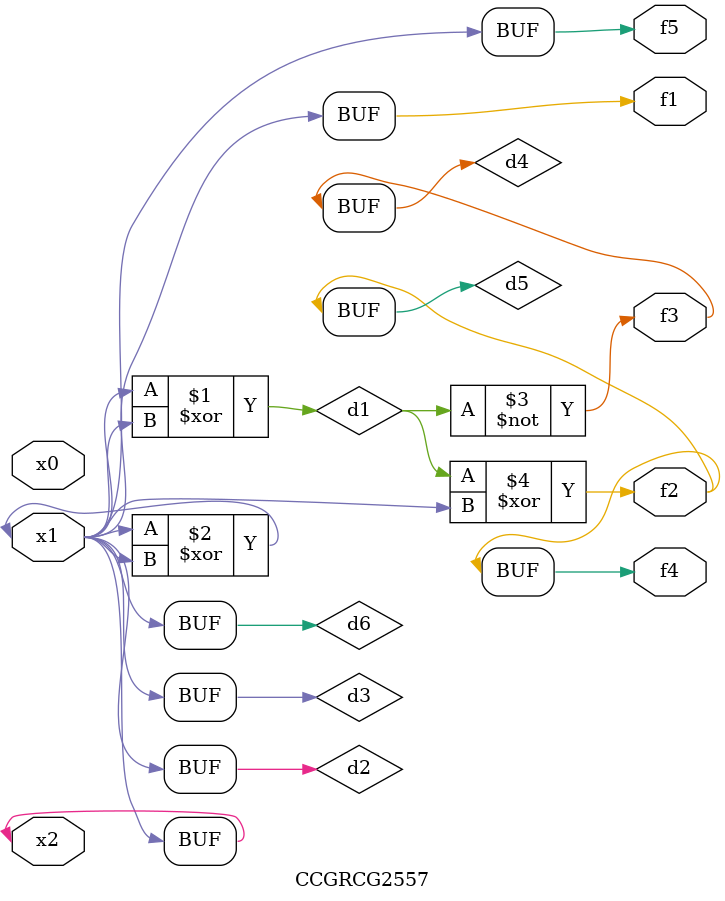
<source format=v>
module CCGRCG2557(
	input x0, x1, x2,
	output f1, f2, f3, f4, f5
);

	wire d1, d2, d3, d4, d5, d6;

	xor (d1, x1, x2);
	buf (d2, x1, x2);
	xor (d3, x1, x2);
	nor (d4, d1);
	xor (d5, d1, d2);
	buf (d6, d2, d3);
	assign f1 = d6;
	assign f2 = d5;
	assign f3 = d4;
	assign f4 = d5;
	assign f5 = d6;
endmodule

</source>
